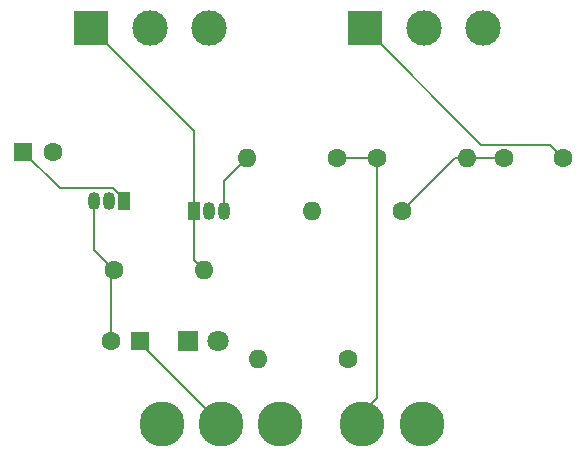
<source format=gbr>
%TF.GenerationSoftware,KiCad,Pcbnew,9.0.0*%
%TF.CreationDate,2025-03-23T20:18:55-06:00*%
%TF.ProjectId,FuzzFace2copy,46757a7a-4661-4636-9532-636f70792e6b,rev?*%
%TF.SameCoordinates,Original*%
%TF.FileFunction,Copper,L1,Top*%
%TF.FilePolarity,Positive*%
%FSLAX46Y46*%
G04 Gerber Fmt 4.6, Leading zero omitted, Abs format (unit mm)*
G04 Created by KiCad (PCBNEW 9.0.0) date 2025-03-23 20:18:55*
%MOMM*%
%LPD*%
G01*
G04 APERTURE LIST*
%TA.AperFunction,ComponentPad*%
%ADD10C,1.600000*%
%TD*%
%TA.AperFunction,ComponentPad*%
%ADD11O,1.600000X1.600000*%
%TD*%
%TA.AperFunction,ComponentPad*%
%ADD12C,2.600000*%
%TD*%
%TA.AperFunction,ConnectorPad*%
%ADD13C,3.800000*%
%TD*%
%TA.AperFunction,ComponentPad*%
%ADD14R,1.050000X1.500000*%
%TD*%
%TA.AperFunction,ComponentPad*%
%ADD15O,1.050000X1.500000*%
%TD*%
%TA.AperFunction,ComponentPad*%
%ADD16R,1.600000X1.600000*%
%TD*%
%TA.AperFunction,ComponentPad*%
%ADD17R,1.800000X1.800000*%
%TD*%
%TA.AperFunction,ComponentPad*%
%ADD18C,1.800000*%
%TD*%
%TA.AperFunction,ComponentPad*%
%ADD19R,3.000000X3.000000*%
%TD*%
%TA.AperFunction,ComponentPad*%
%ADD20C,3.000000*%
%TD*%
%TA.AperFunction,Conductor*%
%ADD21C,0.200000*%
%TD*%
G04 APERTURE END LIST*
D10*
%TO.P,R1,1*%
%TO.N,Net-(H5-Pad1)*%
X158810000Y-59000000D03*
D11*
%TO.P,R1,2*%
%TO.N,Net-(Q1-C)*%
X151190000Y-59000000D03*
%TD*%
D10*
%TO.P,C3,1*%
%TO.N,Net-(C3-Pad1)*%
X173000000Y-59000000D03*
%TO.P,C3,2*%
%TO.N,Net-(C3-Pad2)*%
X178000000Y-59000000D03*
%TD*%
%TO.P,R4,1*%
%TO.N,Net-(Q1-B)*%
X139960000Y-68500000D03*
D11*
%TO.P,R4,2*%
%TO.N,Net-(Q2-E)*%
X147580000Y-68500000D03*
%TD*%
D12*
%TO.P,H3,1,1*%
%TO.N,Net-(D1-K)*%
X144000000Y-81500000D03*
D13*
X144000000Y-81500000D03*
%TD*%
D10*
%TO.P,R5,1*%
%TO.N,Net-(H4-Pad1)*%
X159810000Y-76000000D03*
D11*
%TO.P,R5,2*%
%TO.N,Net-(D1-A)*%
X152190000Y-76000000D03*
%TD*%
D14*
%TO.P,Q1,1,E*%
%TO.N,GND*%
X140770000Y-62640000D03*
D15*
%TO.P,Q1,2,C*%
%TO.N,Net-(Q1-C)*%
X139500000Y-62640000D03*
%TO.P,Q1,3,B*%
%TO.N,Net-(Q1-B)*%
X138230000Y-62640000D03*
%TD*%
D10*
%TO.P,R2,1*%
%TO.N,Net-(H5-Pad1)*%
X162190000Y-59000000D03*
D11*
%TO.P,R2,2*%
%TO.N,Net-(C3-Pad1)*%
X169810000Y-59000000D03*
%TD*%
D10*
%TO.P,R3,1*%
%TO.N,Net-(C3-Pad1)*%
X164310000Y-63500000D03*
D11*
%TO.P,R3,2*%
%TO.N,Net-(Q2-C)*%
X156690000Y-63500000D03*
%TD*%
D12*
%TO.P,H5,1,1*%
%TO.N,Net-(H5-Pad1)*%
X161000000Y-81500000D03*
D13*
X161000000Y-81500000D03*
%TD*%
D12*
%TO.P,H2,1,1*%
%TO.N,Net-(H2-Pad1)*%
X166000000Y-81500000D03*
D13*
X166000000Y-81500000D03*
%TD*%
D16*
%TO.P,C1,1*%
%TO.N,Net-(C1-Pad1)*%
X142205113Y-74500000D03*
D10*
%TO.P,C1,2*%
%TO.N,Net-(Q1-B)*%
X139705113Y-74500000D03*
%TD*%
D12*
%TO.P,H1,1,1*%
%TO.N,Net-(C1-Pad1)*%
X149000000Y-81500000D03*
D13*
X149000000Y-81500000D03*
%TD*%
D14*
%TO.P,Q2,1,E*%
%TO.N,Net-(Q2-E)*%
X146730000Y-63500000D03*
D15*
%TO.P,Q2,2,C*%
%TO.N,Net-(Q2-C)*%
X148000000Y-63500000D03*
%TO.P,Q2,3,B*%
%TO.N,Net-(Q1-C)*%
X149270000Y-63500000D03*
%TD*%
D12*
%TO.P,H4,1,1*%
%TO.N,Net-(H4-Pad1)*%
X154000000Y-81500000D03*
D13*
X154000000Y-81500000D03*
%TD*%
D16*
%TO.P,C2,1*%
%TO.N,GND*%
X132294888Y-58500000D03*
D10*
%TO.P,C2,2*%
%TO.N,Net-(C2-Pad2)*%
X134794888Y-58500000D03*
%TD*%
D17*
%TO.P,D1,1,K*%
%TO.N,Net-(D1-K)*%
X146225000Y-74500000D03*
D18*
%TO.P,D1,2,A*%
%TO.N,Net-(D1-A)*%
X148765000Y-74500000D03*
%TD*%
D19*
%TO.P,R_vol1,1,1*%
%TO.N,Net-(C3-Pad2)*%
X161177525Y-48000000D03*
D20*
%TO.P,R_vol1,2,2*%
%TO.N,Net-(H2-Pad1)*%
X166177525Y-48000000D03*
%TO.P,R_vol1,3,3*%
%TO.N,GND*%
X171177525Y-48000000D03*
%TD*%
D19*
%TO.P,R_fuzz1,1,1*%
%TO.N,Net-(Q2-E)*%
X138000000Y-48000000D03*
D20*
%TO.P,R_fuzz1,2,2*%
%TO.N,Net-(C2-Pad2)*%
X143000000Y-48000000D03*
%TO.P,R_fuzz1,3,3*%
%TO.N,GND*%
X148000000Y-48000000D03*
%TD*%
D21*
%TO.N,GND*%
X140770000Y-62516860D02*
X140770000Y-62640000D01*
X140770000Y-62640000D02*
X140770000Y-62334950D01*
X135383888Y-61589000D02*
X139842140Y-61589000D01*
X139842140Y-61589000D02*
X140770000Y-62516860D01*
X132294888Y-58500000D02*
X135383888Y-61589000D01*
%TO.N,Net-(Q1-B)*%
X138230000Y-66770000D02*
X139960000Y-68500000D01*
X138230000Y-62640000D02*
X138230000Y-66770000D01*
X139705113Y-74500000D02*
X139705113Y-68754887D01*
X139705113Y-68754887D02*
X139960000Y-68500000D01*
%TO.N,Net-(Q1-C)*%
X149270000Y-63500000D02*
X149270000Y-60920000D01*
X149270000Y-60920000D02*
X151190000Y-59000000D01*
%TO.N,Net-(Q2-C)*%
X156690000Y-62942950D02*
X156690000Y-63500000D01*
%TO.N,Net-(Q2-E)*%
X146730000Y-63500000D02*
X146730000Y-56730000D01*
X146730000Y-56730000D02*
X138000000Y-48000000D01*
X146730000Y-67650000D02*
X146730000Y-63500000D01*
X147580000Y-68500000D02*
X146730000Y-67650000D01*
%TO.N,Net-(C1-Pad1)*%
X142205113Y-74705113D02*
X142205113Y-74500000D01*
X149000000Y-81500000D02*
X142205113Y-74705113D01*
%TO.N,Net-(C3-Pad2)*%
X176899000Y-57899000D02*
X171076525Y-57899000D01*
X171076525Y-57899000D02*
X161177525Y-48000000D01*
X178000000Y-59000000D02*
X176899000Y-57899000D01*
%TO.N,Net-(C3-Pad1)*%
X164310000Y-63500000D02*
X168810000Y-59000000D01*
X169810000Y-59000000D02*
X173000000Y-59000000D01*
X168810000Y-59000000D02*
X169810000Y-59000000D01*
%TO.N,Net-(D1-A)*%
X151989000Y-76201000D02*
X152190000Y-76000000D01*
%TO.N,Net-(H2-Pad1)*%
X166000000Y-81500000D02*
X166000000Y-80500000D01*
%TO.N,Net-(H5-Pad1)*%
X161000000Y-81500000D02*
X161000000Y-80500000D01*
X161000000Y-80500000D02*
X162190000Y-79310000D01*
X162190000Y-79310000D02*
X162190000Y-59000000D01*
X158810000Y-59000000D02*
X162190000Y-59000000D01*
%TD*%
M02*

</source>
